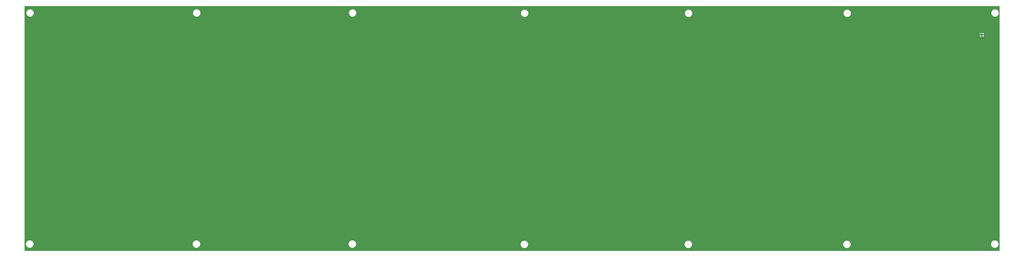
<source format=gbr>
%TF.GenerationSoftware,KiCad,Pcbnew,(5.1.6)-1*%
%TF.CreationDate,2020-07-09T10:42:52-04:00*%
%TF.ProjectId,railroad-keyboard-bottom-plate,7261696c-726f-4616-942d-6b6579626f61,rev?*%
%TF.SameCoordinates,Original*%
%TF.FileFunction,Copper,L1,Top*%
%TF.FilePolarity,Positive*%
%FSLAX46Y46*%
G04 Gerber Fmt 4.6, Leading zero omitted, Abs format (unit mm)*
G04 Created by KiCad (PCBNEW (5.1.6)-1) date 2020-07-09 10:42:52*
%MOMM*%
%LPD*%
G01*
G04 APERTURE LIST*
%TA.AperFunction,ComponentPad*%
%ADD10R,0.850000X0.850000*%
%TD*%
%TA.AperFunction,Conductor*%
%ADD11C,0.254000*%
%TD*%
G04 APERTURE END LIST*
D10*
%TO.P,J2,1*%
%TO.N,GND1*%
X444500000Y-127000000D03*
%TD*%
D11*
%TO.N,GND1*%
G36*
X452772078Y-113591777D02*
G01*
X452782392Y-113594890D01*
X452791912Y-113599952D01*
X452800264Y-113606764D01*
X452807135Y-113615070D01*
X452812260Y-113624548D01*
X452815448Y-113634845D01*
X452820100Y-113679107D01*
X452820101Y-228964093D01*
X452815524Y-229010777D01*
X452812409Y-229021093D01*
X452807348Y-229030612D01*
X452800536Y-229038964D01*
X452792231Y-229045834D01*
X452782751Y-229050960D01*
X452772457Y-229054147D01*
X452728186Y-229058800D01*
X-7577703Y-229058800D01*
X-7624377Y-229054224D01*
X-7634693Y-229051109D01*
X-7644212Y-229046048D01*
X-7652564Y-229039236D01*
X-7659434Y-229030931D01*
X-7664560Y-229021451D01*
X-7667747Y-229011157D01*
X-7672400Y-228966886D01*
X-7672400Y-225757728D01*
X-7173197Y-225757728D01*
X-7173197Y-226126272D01*
X-7101298Y-226487735D01*
X-6960262Y-226828226D01*
X-6755510Y-227134659D01*
X-6494909Y-227395260D01*
X-6188476Y-227600012D01*
X-5847985Y-227741048D01*
X-5486522Y-227812947D01*
X-5117978Y-227812947D01*
X-4756515Y-227741048D01*
X-4416024Y-227600012D01*
X-4109591Y-227395260D01*
X-3848990Y-227134659D01*
X-3644238Y-226828226D01*
X-3503202Y-226487735D01*
X-3431303Y-226126272D01*
X-3431303Y-225757728D01*
X-3433093Y-225748728D01*
X71566803Y-225748728D01*
X71566803Y-226117272D01*
X71638702Y-226478735D01*
X71779738Y-226819226D01*
X71984490Y-227125659D01*
X72245091Y-227386260D01*
X72551524Y-227591012D01*
X72892015Y-227732048D01*
X73253478Y-227803947D01*
X73622022Y-227803947D01*
X73983485Y-227732048D01*
X74323976Y-227591012D01*
X74630409Y-227386260D01*
X74891010Y-227125659D01*
X75095762Y-226819226D01*
X75236798Y-226478735D01*
X75308697Y-226117272D01*
X75308697Y-225757728D01*
X145226803Y-225757728D01*
X145226803Y-226126272D01*
X145298702Y-226487735D01*
X145439738Y-226828226D01*
X145644490Y-227134659D01*
X145905091Y-227395260D01*
X146211524Y-227600012D01*
X146552015Y-227741048D01*
X146913478Y-227812947D01*
X147282022Y-227812947D01*
X147643485Y-227741048D01*
X147983976Y-227600012D01*
X148290409Y-227395260D01*
X148551010Y-227134659D01*
X148755762Y-226828226D01*
X148896798Y-226487735D01*
X148968697Y-226126272D01*
X148968697Y-225884728D01*
X226506803Y-225884728D01*
X226506803Y-226253272D01*
X226578702Y-226614735D01*
X226719738Y-226955226D01*
X226924490Y-227261659D01*
X227185091Y-227522260D01*
X227491524Y-227727012D01*
X227832015Y-227868048D01*
X228193478Y-227939947D01*
X228562022Y-227939947D01*
X228923485Y-227868048D01*
X229263976Y-227727012D01*
X229570409Y-227522260D01*
X229831010Y-227261659D01*
X230035762Y-226955226D01*
X230176798Y-226614735D01*
X230248697Y-226253272D01*
X230248697Y-225884728D01*
X303976803Y-225884728D01*
X303976803Y-226253272D01*
X304048702Y-226614735D01*
X304189738Y-226955226D01*
X304394490Y-227261659D01*
X304655091Y-227522260D01*
X304961524Y-227727012D01*
X305302015Y-227868048D01*
X305663478Y-227939947D01*
X306032022Y-227939947D01*
X306393485Y-227868048D01*
X306733976Y-227727012D01*
X307040409Y-227522260D01*
X307301010Y-227261659D01*
X307505762Y-226955226D01*
X307646798Y-226614735D01*
X307718697Y-226253272D01*
X307718697Y-225884728D01*
X378906803Y-225884728D01*
X378906803Y-226253272D01*
X378978702Y-226614735D01*
X379119738Y-226955226D01*
X379324490Y-227261659D01*
X379585091Y-227522260D01*
X379891524Y-227727012D01*
X380232015Y-227868048D01*
X380593478Y-227939947D01*
X380962022Y-227939947D01*
X381323485Y-227868048D01*
X381663976Y-227727012D01*
X381970409Y-227522260D01*
X382231010Y-227261659D01*
X382435762Y-226955226D01*
X382576798Y-226614735D01*
X382648697Y-226253272D01*
X382648697Y-225884728D01*
X382623436Y-225757728D01*
X448756803Y-225757728D01*
X448756803Y-226126272D01*
X448828702Y-226487735D01*
X448969738Y-226828226D01*
X449174490Y-227134659D01*
X449435091Y-227395260D01*
X449741524Y-227600012D01*
X450082015Y-227741048D01*
X450443478Y-227812947D01*
X450812022Y-227812947D01*
X451173485Y-227741048D01*
X451513976Y-227600012D01*
X451820409Y-227395260D01*
X452081010Y-227134659D01*
X452285762Y-226828226D01*
X452426798Y-226487735D01*
X452498697Y-226126272D01*
X452498697Y-225757728D01*
X452426798Y-225396265D01*
X452285762Y-225055774D01*
X452081010Y-224749341D01*
X451820409Y-224488740D01*
X451513976Y-224283988D01*
X451173485Y-224142952D01*
X450812022Y-224071053D01*
X450443478Y-224071053D01*
X450082015Y-224142952D01*
X449741524Y-224283988D01*
X449435091Y-224488740D01*
X449174490Y-224749341D01*
X448969738Y-225055774D01*
X448828702Y-225396265D01*
X448756803Y-225757728D01*
X382623436Y-225757728D01*
X382576798Y-225523265D01*
X382435762Y-225182774D01*
X382231010Y-224876341D01*
X381970409Y-224615740D01*
X381663976Y-224410988D01*
X381323485Y-224269952D01*
X380962022Y-224198053D01*
X380593478Y-224198053D01*
X380232015Y-224269952D01*
X379891524Y-224410988D01*
X379585091Y-224615740D01*
X379324490Y-224876341D01*
X379119738Y-225182774D01*
X378978702Y-225523265D01*
X378906803Y-225884728D01*
X307718697Y-225884728D01*
X307646798Y-225523265D01*
X307505762Y-225182774D01*
X307301010Y-224876341D01*
X307040409Y-224615740D01*
X306733976Y-224410988D01*
X306393485Y-224269952D01*
X306032022Y-224198053D01*
X305663478Y-224198053D01*
X305302015Y-224269952D01*
X304961524Y-224410988D01*
X304655091Y-224615740D01*
X304394490Y-224876341D01*
X304189738Y-225182774D01*
X304048702Y-225523265D01*
X303976803Y-225884728D01*
X230248697Y-225884728D01*
X230176798Y-225523265D01*
X230035762Y-225182774D01*
X229831010Y-224876341D01*
X229570409Y-224615740D01*
X229263976Y-224410988D01*
X228923485Y-224269952D01*
X228562022Y-224198053D01*
X228193478Y-224198053D01*
X227832015Y-224269952D01*
X227491524Y-224410988D01*
X227185091Y-224615740D01*
X226924490Y-224876341D01*
X226719738Y-225182774D01*
X226578702Y-225523265D01*
X226506803Y-225884728D01*
X148968697Y-225884728D01*
X148968697Y-225757728D01*
X148896798Y-225396265D01*
X148755762Y-225055774D01*
X148551010Y-224749341D01*
X148290409Y-224488740D01*
X147983976Y-224283988D01*
X147643485Y-224142952D01*
X147282022Y-224071053D01*
X146913478Y-224071053D01*
X146552015Y-224142952D01*
X146211524Y-224283988D01*
X145905091Y-224488740D01*
X145644490Y-224749341D01*
X145439738Y-225055774D01*
X145298702Y-225396265D01*
X145226803Y-225757728D01*
X75308697Y-225757728D01*
X75308697Y-225748728D01*
X75236798Y-225387265D01*
X75095762Y-225046774D01*
X74891010Y-224740341D01*
X74630409Y-224479740D01*
X74323976Y-224274988D01*
X73983485Y-224133952D01*
X73622022Y-224062053D01*
X73253478Y-224062053D01*
X72892015Y-224133952D01*
X72551524Y-224274988D01*
X72245091Y-224479740D01*
X71984490Y-224740341D01*
X71779738Y-225046774D01*
X71638702Y-225387265D01*
X71566803Y-225748728D01*
X-3433093Y-225748728D01*
X-3503202Y-225396265D01*
X-3644238Y-225055774D01*
X-3848990Y-224749341D01*
X-4109591Y-224488740D01*
X-4416024Y-224283988D01*
X-4756515Y-224142952D01*
X-5117978Y-224071053D01*
X-5486522Y-224071053D01*
X-5847985Y-224142952D01*
X-6188476Y-224283988D01*
X-6494909Y-224488740D01*
X-6755510Y-224749341D01*
X-6960262Y-225055774D01*
X-7101298Y-225396265D01*
X-7173197Y-225757728D01*
X-7672400Y-225757728D01*
X-7672400Y-127425000D01*
X443436928Y-127425000D01*
X443449188Y-127549482D01*
X443485498Y-127669180D01*
X443544463Y-127779494D01*
X443623815Y-127876185D01*
X443720506Y-127955537D01*
X443830820Y-128014502D01*
X443950518Y-128050812D01*
X444075000Y-128063072D01*
X444214250Y-128060000D01*
X444373000Y-127901250D01*
X444373000Y-127127000D01*
X444627000Y-127127000D01*
X444627000Y-127901250D01*
X444785750Y-128060000D01*
X444925000Y-128063072D01*
X445049482Y-128050812D01*
X445169180Y-128014502D01*
X445279494Y-127955537D01*
X445376185Y-127876185D01*
X445455537Y-127779494D01*
X445514502Y-127669180D01*
X445550812Y-127549482D01*
X445563072Y-127425000D01*
X445560000Y-127285750D01*
X445401250Y-127127000D01*
X444627000Y-127127000D01*
X444373000Y-127127000D01*
X443598750Y-127127000D01*
X443440000Y-127285750D01*
X443436928Y-127425000D01*
X-7672400Y-127425000D01*
X-7672400Y-126575000D01*
X443436928Y-126575000D01*
X443440000Y-126714250D01*
X443598750Y-126873000D01*
X444373000Y-126873000D01*
X444373000Y-126098750D01*
X444627000Y-126098750D01*
X444627000Y-126873000D01*
X445401250Y-126873000D01*
X445560000Y-126714250D01*
X445563072Y-126575000D01*
X445550812Y-126450518D01*
X445514502Y-126330820D01*
X445455537Y-126220506D01*
X445376185Y-126123815D01*
X445279494Y-126044463D01*
X445169180Y-125985498D01*
X445049482Y-125949188D01*
X444925000Y-125936928D01*
X444785750Y-125940000D01*
X444627000Y-126098750D01*
X444373000Y-126098750D01*
X444214250Y-125940000D01*
X444075000Y-125936928D01*
X443950518Y-125949188D01*
X443830820Y-125985498D01*
X443720506Y-126044463D01*
X443623815Y-126123815D01*
X443544463Y-126220506D01*
X443485498Y-126330820D01*
X443449188Y-126450518D01*
X443436928Y-126575000D01*
X-7672400Y-126575000D01*
X-7672400Y-116521728D01*
X-7037197Y-116521728D01*
X-7037197Y-116890272D01*
X-6965298Y-117251735D01*
X-6824262Y-117592226D01*
X-6619510Y-117898659D01*
X-6358909Y-118159260D01*
X-6052476Y-118364012D01*
X-5711985Y-118505048D01*
X-5350522Y-118576947D01*
X-4981978Y-118576947D01*
X-4620515Y-118505048D01*
X-4280024Y-118364012D01*
X-3973591Y-118159260D01*
X-3712990Y-117898659D01*
X-3508238Y-117592226D01*
X-3367202Y-117251735D01*
X-3295303Y-116890272D01*
X-3295303Y-116521728D01*
X-3297093Y-116512728D01*
X71702803Y-116512728D01*
X71702803Y-116881272D01*
X71774702Y-117242735D01*
X71915738Y-117583226D01*
X72120490Y-117889659D01*
X72381091Y-118150260D01*
X72687524Y-118355012D01*
X73028015Y-118496048D01*
X73389478Y-118567947D01*
X73758022Y-118567947D01*
X74119485Y-118496048D01*
X74459976Y-118355012D01*
X74766409Y-118150260D01*
X75027010Y-117889659D01*
X75231762Y-117583226D01*
X75372798Y-117242735D01*
X75444697Y-116881272D01*
X75444697Y-116521728D01*
X145362803Y-116521728D01*
X145362803Y-116890272D01*
X145434702Y-117251735D01*
X145575738Y-117592226D01*
X145780490Y-117898659D01*
X146041091Y-118159260D01*
X146347524Y-118364012D01*
X146688015Y-118505048D01*
X147049478Y-118576947D01*
X147418022Y-118576947D01*
X147779485Y-118505048D01*
X148119976Y-118364012D01*
X148426409Y-118159260D01*
X148687010Y-117898659D01*
X148891762Y-117592226D01*
X149032798Y-117251735D01*
X149104697Y-116890272D01*
X149104697Y-116648728D01*
X226642803Y-116648728D01*
X226642803Y-117017272D01*
X226714702Y-117378735D01*
X226855738Y-117719226D01*
X227060490Y-118025659D01*
X227321091Y-118286260D01*
X227627524Y-118491012D01*
X227968015Y-118632048D01*
X228329478Y-118703947D01*
X228698022Y-118703947D01*
X229059485Y-118632048D01*
X229399976Y-118491012D01*
X229706409Y-118286260D01*
X229967010Y-118025659D01*
X230171762Y-117719226D01*
X230312798Y-117378735D01*
X230384697Y-117017272D01*
X230384697Y-116648728D01*
X304112803Y-116648728D01*
X304112803Y-117017272D01*
X304184702Y-117378735D01*
X304325738Y-117719226D01*
X304530490Y-118025659D01*
X304791091Y-118286260D01*
X305097524Y-118491012D01*
X305438015Y-118632048D01*
X305799478Y-118703947D01*
X306168022Y-118703947D01*
X306529485Y-118632048D01*
X306869976Y-118491012D01*
X307176409Y-118286260D01*
X307437010Y-118025659D01*
X307641762Y-117719226D01*
X307782798Y-117378735D01*
X307854697Y-117017272D01*
X307854697Y-116648728D01*
X379042803Y-116648728D01*
X379042803Y-117017272D01*
X379114702Y-117378735D01*
X379255738Y-117719226D01*
X379460490Y-118025659D01*
X379721091Y-118286260D01*
X380027524Y-118491012D01*
X380368015Y-118632048D01*
X380729478Y-118703947D01*
X381098022Y-118703947D01*
X381459485Y-118632048D01*
X381799976Y-118491012D01*
X382106409Y-118286260D01*
X382367010Y-118025659D01*
X382571762Y-117719226D01*
X382712798Y-117378735D01*
X382784697Y-117017272D01*
X382784697Y-116648728D01*
X382759436Y-116521728D01*
X448892803Y-116521728D01*
X448892803Y-116890272D01*
X448964702Y-117251735D01*
X449105738Y-117592226D01*
X449310490Y-117898659D01*
X449571091Y-118159260D01*
X449877524Y-118364012D01*
X450218015Y-118505048D01*
X450579478Y-118576947D01*
X450948022Y-118576947D01*
X451309485Y-118505048D01*
X451649976Y-118364012D01*
X451956409Y-118159260D01*
X452217010Y-117898659D01*
X452421762Y-117592226D01*
X452562798Y-117251735D01*
X452634697Y-116890272D01*
X452634697Y-116521728D01*
X452562798Y-116160265D01*
X452421762Y-115819774D01*
X452217010Y-115513341D01*
X451956409Y-115252740D01*
X451649976Y-115047988D01*
X451309485Y-114906952D01*
X450948022Y-114835053D01*
X450579478Y-114835053D01*
X450218015Y-114906952D01*
X449877524Y-115047988D01*
X449571091Y-115252740D01*
X449310490Y-115513341D01*
X449105738Y-115819774D01*
X448964702Y-116160265D01*
X448892803Y-116521728D01*
X382759436Y-116521728D01*
X382712798Y-116287265D01*
X382571762Y-115946774D01*
X382367010Y-115640341D01*
X382106409Y-115379740D01*
X381799976Y-115174988D01*
X381459485Y-115033952D01*
X381098022Y-114962053D01*
X380729478Y-114962053D01*
X380368015Y-115033952D01*
X380027524Y-115174988D01*
X379721091Y-115379740D01*
X379460490Y-115640341D01*
X379255738Y-115946774D01*
X379114702Y-116287265D01*
X379042803Y-116648728D01*
X307854697Y-116648728D01*
X307782798Y-116287265D01*
X307641762Y-115946774D01*
X307437010Y-115640341D01*
X307176409Y-115379740D01*
X306869976Y-115174988D01*
X306529485Y-115033952D01*
X306168022Y-114962053D01*
X305799478Y-114962053D01*
X305438015Y-115033952D01*
X305097524Y-115174988D01*
X304791091Y-115379740D01*
X304530490Y-115640341D01*
X304325738Y-115946774D01*
X304184702Y-116287265D01*
X304112803Y-116648728D01*
X230384697Y-116648728D01*
X230312798Y-116287265D01*
X230171762Y-115946774D01*
X229967010Y-115640341D01*
X229706409Y-115379740D01*
X229399976Y-115174988D01*
X229059485Y-115033952D01*
X228698022Y-114962053D01*
X228329478Y-114962053D01*
X227968015Y-115033952D01*
X227627524Y-115174988D01*
X227321091Y-115379740D01*
X227060490Y-115640341D01*
X226855738Y-115946774D01*
X226714702Y-116287265D01*
X226642803Y-116648728D01*
X149104697Y-116648728D01*
X149104697Y-116521728D01*
X149032798Y-116160265D01*
X148891762Y-115819774D01*
X148687010Y-115513341D01*
X148426409Y-115252740D01*
X148119976Y-115047988D01*
X147779485Y-114906952D01*
X147418022Y-114835053D01*
X147049478Y-114835053D01*
X146688015Y-114906952D01*
X146347524Y-115047988D01*
X146041091Y-115252740D01*
X145780490Y-115513341D01*
X145575738Y-115819774D01*
X145434702Y-116160265D01*
X145362803Y-116521728D01*
X75444697Y-116521728D01*
X75444697Y-116512728D01*
X75372798Y-116151265D01*
X75231762Y-115810774D01*
X75027010Y-115504341D01*
X74766409Y-115243740D01*
X74459976Y-115038988D01*
X74119485Y-114897952D01*
X73758022Y-114826053D01*
X73389478Y-114826053D01*
X73028015Y-114897952D01*
X72687524Y-115038988D01*
X72381091Y-115243740D01*
X72120490Y-115504341D01*
X71915738Y-115810774D01*
X71774702Y-116151265D01*
X71702803Y-116512728D01*
X-3297093Y-116512728D01*
X-3367202Y-116160265D01*
X-3508238Y-115819774D01*
X-3712990Y-115513341D01*
X-3973591Y-115252740D01*
X-4280024Y-115047988D01*
X-4620515Y-114906952D01*
X-4981978Y-114835053D01*
X-5350522Y-114835053D01*
X-5711985Y-114906952D01*
X-6052476Y-115047988D01*
X-6358909Y-115252740D01*
X-6619510Y-115513341D01*
X-6824262Y-115819774D01*
X-6965298Y-116160265D01*
X-7037197Y-116521728D01*
X-7672400Y-116521728D01*
X-7672400Y-113681897D01*
X-7667823Y-113635222D01*
X-7664710Y-113624908D01*
X-7659648Y-113615388D01*
X-7652836Y-113607036D01*
X-7644530Y-113600165D01*
X-7635052Y-113595040D01*
X-7624755Y-113591852D01*
X-7580493Y-113587200D01*
X452725403Y-113587200D01*
X452772078Y-113591777D01*
G37*
X452772078Y-113591777D02*
X452782392Y-113594890D01*
X452791912Y-113599952D01*
X452800264Y-113606764D01*
X452807135Y-113615070D01*
X452812260Y-113624548D01*
X452815448Y-113634845D01*
X452820100Y-113679107D01*
X452820101Y-228964093D01*
X452815524Y-229010777D01*
X452812409Y-229021093D01*
X452807348Y-229030612D01*
X452800536Y-229038964D01*
X452792231Y-229045834D01*
X452782751Y-229050960D01*
X452772457Y-229054147D01*
X452728186Y-229058800D01*
X-7577703Y-229058800D01*
X-7624377Y-229054224D01*
X-7634693Y-229051109D01*
X-7644212Y-229046048D01*
X-7652564Y-229039236D01*
X-7659434Y-229030931D01*
X-7664560Y-229021451D01*
X-7667747Y-229011157D01*
X-7672400Y-228966886D01*
X-7672400Y-225757728D01*
X-7173197Y-225757728D01*
X-7173197Y-226126272D01*
X-7101298Y-226487735D01*
X-6960262Y-226828226D01*
X-6755510Y-227134659D01*
X-6494909Y-227395260D01*
X-6188476Y-227600012D01*
X-5847985Y-227741048D01*
X-5486522Y-227812947D01*
X-5117978Y-227812947D01*
X-4756515Y-227741048D01*
X-4416024Y-227600012D01*
X-4109591Y-227395260D01*
X-3848990Y-227134659D01*
X-3644238Y-226828226D01*
X-3503202Y-226487735D01*
X-3431303Y-226126272D01*
X-3431303Y-225757728D01*
X-3433093Y-225748728D01*
X71566803Y-225748728D01*
X71566803Y-226117272D01*
X71638702Y-226478735D01*
X71779738Y-226819226D01*
X71984490Y-227125659D01*
X72245091Y-227386260D01*
X72551524Y-227591012D01*
X72892015Y-227732048D01*
X73253478Y-227803947D01*
X73622022Y-227803947D01*
X73983485Y-227732048D01*
X74323976Y-227591012D01*
X74630409Y-227386260D01*
X74891010Y-227125659D01*
X75095762Y-226819226D01*
X75236798Y-226478735D01*
X75308697Y-226117272D01*
X75308697Y-225757728D01*
X145226803Y-225757728D01*
X145226803Y-226126272D01*
X145298702Y-226487735D01*
X145439738Y-226828226D01*
X145644490Y-227134659D01*
X145905091Y-227395260D01*
X146211524Y-227600012D01*
X146552015Y-227741048D01*
X146913478Y-227812947D01*
X147282022Y-227812947D01*
X147643485Y-227741048D01*
X147983976Y-227600012D01*
X148290409Y-227395260D01*
X148551010Y-227134659D01*
X148755762Y-226828226D01*
X148896798Y-226487735D01*
X148968697Y-226126272D01*
X148968697Y-225884728D01*
X226506803Y-225884728D01*
X226506803Y-226253272D01*
X226578702Y-226614735D01*
X226719738Y-226955226D01*
X226924490Y-227261659D01*
X227185091Y-227522260D01*
X227491524Y-227727012D01*
X227832015Y-227868048D01*
X228193478Y-227939947D01*
X228562022Y-227939947D01*
X228923485Y-227868048D01*
X229263976Y-227727012D01*
X229570409Y-227522260D01*
X229831010Y-227261659D01*
X230035762Y-226955226D01*
X230176798Y-226614735D01*
X230248697Y-226253272D01*
X230248697Y-225884728D01*
X303976803Y-225884728D01*
X303976803Y-226253272D01*
X304048702Y-226614735D01*
X304189738Y-226955226D01*
X304394490Y-227261659D01*
X304655091Y-227522260D01*
X304961524Y-227727012D01*
X305302015Y-227868048D01*
X305663478Y-227939947D01*
X306032022Y-227939947D01*
X306393485Y-227868048D01*
X306733976Y-227727012D01*
X307040409Y-227522260D01*
X307301010Y-227261659D01*
X307505762Y-226955226D01*
X307646798Y-226614735D01*
X307718697Y-226253272D01*
X307718697Y-225884728D01*
X378906803Y-225884728D01*
X378906803Y-226253272D01*
X378978702Y-226614735D01*
X379119738Y-226955226D01*
X379324490Y-227261659D01*
X379585091Y-227522260D01*
X379891524Y-227727012D01*
X380232015Y-227868048D01*
X380593478Y-227939947D01*
X380962022Y-227939947D01*
X381323485Y-227868048D01*
X381663976Y-227727012D01*
X381970409Y-227522260D01*
X382231010Y-227261659D01*
X382435762Y-226955226D01*
X382576798Y-226614735D01*
X382648697Y-226253272D01*
X382648697Y-225884728D01*
X382623436Y-225757728D01*
X448756803Y-225757728D01*
X448756803Y-226126272D01*
X448828702Y-226487735D01*
X448969738Y-226828226D01*
X449174490Y-227134659D01*
X449435091Y-227395260D01*
X449741524Y-227600012D01*
X450082015Y-227741048D01*
X450443478Y-227812947D01*
X450812022Y-227812947D01*
X451173485Y-227741048D01*
X451513976Y-227600012D01*
X451820409Y-227395260D01*
X452081010Y-227134659D01*
X452285762Y-226828226D01*
X452426798Y-226487735D01*
X452498697Y-226126272D01*
X452498697Y-225757728D01*
X452426798Y-225396265D01*
X452285762Y-225055774D01*
X452081010Y-224749341D01*
X451820409Y-224488740D01*
X451513976Y-224283988D01*
X451173485Y-224142952D01*
X450812022Y-224071053D01*
X450443478Y-224071053D01*
X450082015Y-224142952D01*
X449741524Y-224283988D01*
X449435091Y-224488740D01*
X449174490Y-224749341D01*
X448969738Y-225055774D01*
X448828702Y-225396265D01*
X448756803Y-225757728D01*
X382623436Y-225757728D01*
X382576798Y-225523265D01*
X382435762Y-225182774D01*
X382231010Y-224876341D01*
X381970409Y-224615740D01*
X381663976Y-224410988D01*
X381323485Y-224269952D01*
X380962022Y-224198053D01*
X380593478Y-224198053D01*
X380232015Y-224269952D01*
X379891524Y-224410988D01*
X379585091Y-224615740D01*
X379324490Y-224876341D01*
X379119738Y-225182774D01*
X378978702Y-225523265D01*
X378906803Y-225884728D01*
X307718697Y-225884728D01*
X307646798Y-225523265D01*
X307505762Y-225182774D01*
X307301010Y-224876341D01*
X307040409Y-224615740D01*
X306733976Y-224410988D01*
X306393485Y-224269952D01*
X306032022Y-224198053D01*
X305663478Y-224198053D01*
X305302015Y-224269952D01*
X304961524Y-224410988D01*
X304655091Y-224615740D01*
X304394490Y-224876341D01*
X304189738Y-225182774D01*
X304048702Y-225523265D01*
X303976803Y-225884728D01*
X230248697Y-225884728D01*
X230176798Y-225523265D01*
X230035762Y-225182774D01*
X229831010Y-224876341D01*
X229570409Y-224615740D01*
X229263976Y-224410988D01*
X228923485Y-224269952D01*
X228562022Y-224198053D01*
X228193478Y-224198053D01*
X227832015Y-224269952D01*
X227491524Y-224410988D01*
X227185091Y-224615740D01*
X226924490Y-224876341D01*
X226719738Y-225182774D01*
X226578702Y-225523265D01*
X226506803Y-225884728D01*
X148968697Y-225884728D01*
X148968697Y-225757728D01*
X148896798Y-225396265D01*
X148755762Y-225055774D01*
X148551010Y-224749341D01*
X148290409Y-224488740D01*
X147983976Y-224283988D01*
X147643485Y-224142952D01*
X147282022Y-224071053D01*
X146913478Y-224071053D01*
X146552015Y-224142952D01*
X146211524Y-224283988D01*
X145905091Y-224488740D01*
X145644490Y-224749341D01*
X145439738Y-225055774D01*
X145298702Y-225396265D01*
X145226803Y-225757728D01*
X75308697Y-225757728D01*
X75308697Y-225748728D01*
X75236798Y-225387265D01*
X75095762Y-225046774D01*
X74891010Y-224740341D01*
X74630409Y-224479740D01*
X74323976Y-224274988D01*
X73983485Y-224133952D01*
X73622022Y-224062053D01*
X73253478Y-224062053D01*
X72892015Y-224133952D01*
X72551524Y-224274988D01*
X72245091Y-224479740D01*
X71984490Y-224740341D01*
X71779738Y-225046774D01*
X71638702Y-225387265D01*
X71566803Y-225748728D01*
X-3433093Y-225748728D01*
X-3503202Y-225396265D01*
X-3644238Y-225055774D01*
X-3848990Y-224749341D01*
X-4109591Y-224488740D01*
X-4416024Y-224283988D01*
X-4756515Y-224142952D01*
X-5117978Y-224071053D01*
X-5486522Y-224071053D01*
X-5847985Y-224142952D01*
X-6188476Y-224283988D01*
X-6494909Y-224488740D01*
X-6755510Y-224749341D01*
X-6960262Y-225055774D01*
X-7101298Y-225396265D01*
X-7173197Y-225757728D01*
X-7672400Y-225757728D01*
X-7672400Y-127425000D01*
X443436928Y-127425000D01*
X443449188Y-127549482D01*
X443485498Y-127669180D01*
X443544463Y-127779494D01*
X443623815Y-127876185D01*
X443720506Y-127955537D01*
X443830820Y-128014502D01*
X443950518Y-128050812D01*
X444075000Y-128063072D01*
X444214250Y-128060000D01*
X444373000Y-127901250D01*
X444373000Y-127127000D01*
X444627000Y-127127000D01*
X444627000Y-127901250D01*
X444785750Y-128060000D01*
X444925000Y-128063072D01*
X445049482Y-128050812D01*
X445169180Y-128014502D01*
X445279494Y-127955537D01*
X445376185Y-127876185D01*
X445455537Y-127779494D01*
X445514502Y-127669180D01*
X445550812Y-127549482D01*
X445563072Y-127425000D01*
X445560000Y-127285750D01*
X445401250Y-127127000D01*
X444627000Y-127127000D01*
X444373000Y-127127000D01*
X443598750Y-127127000D01*
X443440000Y-127285750D01*
X443436928Y-127425000D01*
X-7672400Y-127425000D01*
X-7672400Y-126575000D01*
X443436928Y-126575000D01*
X443440000Y-126714250D01*
X443598750Y-126873000D01*
X444373000Y-126873000D01*
X444373000Y-126098750D01*
X444627000Y-126098750D01*
X444627000Y-126873000D01*
X445401250Y-126873000D01*
X445560000Y-126714250D01*
X445563072Y-126575000D01*
X445550812Y-126450518D01*
X445514502Y-126330820D01*
X445455537Y-126220506D01*
X445376185Y-126123815D01*
X445279494Y-126044463D01*
X445169180Y-125985498D01*
X445049482Y-125949188D01*
X444925000Y-125936928D01*
X444785750Y-125940000D01*
X444627000Y-126098750D01*
X444373000Y-126098750D01*
X444214250Y-125940000D01*
X444075000Y-125936928D01*
X443950518Y-125949188D01*
X443830820Y-125985498D01*
X443720506Y-126044463D01*
X443623815Y-126123815D01*
X443544463Y-126220506D01*
X443485498Y-126330820D01*
X443449188Y-126450518D01*
X443436928Y-126575000D01*
X-7672400Y-126575000D01*
X-7672400Y-116521728D01*
X-7037197Y-116521728D01*
X-7037197Y-116890272D01*
X-6965298Y-117251735D01*
X-6824262Y-117592226D01*
X-6619510Y-117898659D01*
X-6358909Y-118159260D01*
X-6052476Y-118364012D01*
X-5711985Y-118505048D01*
X-5350522Y-118576947D01*
X-4981978Y-118576947D01*
X-4620515Y-118505048D01*
X-4280024Y-118364012D01*
X-3973591Y-118159260D01*
X-3712990Y-117898659D01*
X-3508238Y-117592226D01*
X-3367202Y-117251735D01*
X-3295303Y-116890272D01*
X-3295303Y-116521728D01*
X-3297093Y-116512728D01*
X71702803Y-116512728D01*
X71702803Y-116881272D01*
X71774702Y-117242735D01*
X71915738Y-117583226D01*
X72120490Y-117889659D01*
X72381091Y-118150260D01*
X72687524Y-118355012D01*
X73028015Y-118496048D01*
X73389478Y-118567947D01*
X73758022Y-118567947D01*
X74119485Y-118496048D01*
X74459976Y-118355012D01*
X74766409Y-118150260D01*
X75027010Y-117889659D01*
X75231762Y-117583226D01*
X75372798Y-117242735D01*
X75444697Y-116881272D01*
X75444697Y-116521728D01*
X145362803Y-116521728D01*
X145362803Y-116890272D01*
X145434702Y-117251735D01*
X145575738Y-117592226D01*
X145780490Y-117898659D01*
X146041091Y-118159260D01*
X146347524Y-118364012D01*
X146688015Y-118505048D01*
X147049478Y-118576947D01*
X147418022Y-118576947D01*
X147779485Y-118505048D01*
X148119976Y-118364012D01*
X148426409Y-118159260D01*
X148687010Y-117898659D01*
X148891762Y-117592226D01*
X149032798Y-117251735D01*
X149104697Y-116890272D01*
X149104697Y-116648728D01*
X226642803Y-116648728D01*
X226642803Y-117017272D01*
X226714702Y-117378735D01*
X226855738Y-117719226D01*
X227060490Y-118025659D01*
X227321091Y-118286260D01*
X227627524Y-118491012D01*
X227968015Y-118632048D01*
X228329478Y-118703947D01*
X228698022Y-118703947D01*
X229059485Y-118632048D01*
X229399976Y-118491012D01*
X229706409Y-118286260D01*
X229967010Y-118025659D01*
X230171762Y-117719226D01*
X230312798Y-117378735D01*
X230384697Y-117017272D01*
X230384697Y-116648728D01*
X304112803Y-116648728D01*
X304112803Y-117017272D01*
X304184702Y-117378735D01*
X304325738Y-117719226D01*
X304530490Y-118025659D01*
X304791091Y-118286260D01*
X305097524Y-118491012D01*
X305438015Y-118632048D01*
X305799478Y-118703947D01*
X306168022Y-118703947D01*
X306529485Y-118632048D01*
X306869976Y-118491012D01*
X307176409Y-118286260D01*
X307437010Y-118025659D01*
X307641762Y-117719226D01*
X307782798Y-117378735D01*
X307854697Y-117017272D01*
X307854697Y-116648728D01*
X379042803Y-116648728D01*
X379042803Y-117017272D01*
X379114702Y-117378735D01*
X379255738Y-117719226D01*
X379460490Y-118025659D01*
X379721091Y-118286260D01*
X380027524Y-118491012D01*
X380368015Y-118632048D01*
X380729478Y-118703947D01*
X381098022Y-118703947D01*
X381459485Y-118632048D01*
X381799976Y-118491012D01*
X382106409Y-118286260D01*
X382367010Y-118025659D01*
X382571762Y-117719226D01*
X382712798Y-117378735D01*
X382784697Y-117017272D01*
X382784697Y-116648728D01*
X382759436Y-116521728D01*
X448892803Y-116521728D01*
X448892803Y-116890272D01*
X448964702Y-117251735D01*
X449105738Y-117592226D01*
X449310490Y-117898659D01*
X449571091Y-118159260D01*
X449877524Y-118364012D01*
X450218015Y-118505048D01*
X450579478Y-118576947D01*
X450948022Y-118576947D01*
X451309485Y-118505048D01*
X451649976Y-118364012D01*
X451956409Y-118159260D01*
X452217010Y-117898659D01*
X452421762Y-117592226D01*
X452562798Y-117251735D01*
X452634697Y-116890272D01*
X452634697Y-116521728D01*
X452562798Y-116160265D01*
X452421762Y-115819774D01*
X452217010Y-115513341D01*
X451956409Y-115252740D01*
X451649976Y-115047988D01*
X451309485Y-114906952D01*
X450948022Y-114835053D01*
X450579478Y-114835053D01*
X450218015Y-114906952D01*
X449877524Y-115047988D01*
X449571091Y-115252740D01*
X449310490Y-115513341D01*
X449105738Y-115819774D01*
X448964702Y-116160265D01*
X448892803Y-116521728D01*
X382759436Y-116521728D01*
X382712798Y-116287265D01*
X382571762Y-115946774D01*
X382367010Y-115640341D01*
X382106409Y-115379740D01*
X381799976Y-115174988D01*
X381459485Y-115033952D01*
X381098022Y-114962053D01*
X380729478Y-114962053D01*
X380368015Y-115033952D01*
X380027524Y-115174988D01*
X379721091Y-115379740D01*
X379460490Y-115640341D01*
X379255738Y-115946774D01*
X379114702Y-116287265D01*
X379042803Y-116648728D01*
X307854697Y-116648728D01*
X307782798Y-116287265D01*
X307641762Y-115946774D01*
X307437010Y-115640341D01*
X307176409Y-115379740D01*
X306869976Y-115174988D01*
X306529485Y-115033952D01*
X306168022Y-114962053D01*
X305799478Y-114962053D01*
X305438015Y-115033952D01*
X305097524Y-115174988D01*
X304791091Y-115379740D01*
X304530490Y-115640341D01*
X304325738Y-115946774D01*
X304184702Y-116287265D01*
X304112803Y-116648728D01*
X230384697Y-116648728D01*
X230312798Y-116287265D01*
X230171762Y-115946774D01*
X229967010Y-115640341D01*
X229706409Y-115379740D01*
X229399976Y-115174988D01*
X229059485Y-115033952D01*
X228698022Y-114962053D01*
X228329478Y-114962053D01*
X227968015Y-115033952D01*
X227627524Y-115174988D01*
X227321091Y-115379740D01*
X227060490Y-115640341D01*
X226855738Y-115946774D01*
X226714702Y-116287265D01*
X226642803Y-116648728D01*
X149104697Y-116648728D01*
X149104697Y-116521728D01*
X149032798Y-116160265D01*
X148891762Y-115819774D01*
X148687010Y-115513341D01*
X148426409Y-115252740D01*
X148119976Y-115047988D01*
X147779485Y-114906952D01*
X147418022Y-114835053D01*
X147049478Y-114835053D01*
X146688015Y-114906952D01*
X146347524Y-115047988D01*
X146041091Y-115252740D01*
X145780490Y-115513341D01*
X145575738Y-115819774D01*
X145434702Y-116160265D01*
X145362803Y-116521728D01*
X75444697Y-116521728D01*
X75444697Y-116512728D01*
X75372798Y-116151265D01*
X75231762Y-115810774D01*
X75027010Y-115504341D01*
X74766409Y-115243740D01*
X74459976Y-115038988D01*
X74119485Y-114897952D01*
X73758022Y-114826053D01*
X73389478Y-114826053D01*
X73028015Y-114897952D01*
X72687524Y-115038988D01*
X72381091Y-115243740D01*
X72120490Y-115504341D01*
X71915738Y-115810774D01*
X71774702Y-116151265D01*
X71702803Y-116512728D01*
X-3297093Y-116512728D01*
X-3367202Y-116160265D01*
X-3508238Y-115819774D01*
X-3712990Y-115513341D01*
X-3973591Y-115252740D01*
X-4280024Y-115047988D01*
X-4620515Y-114906952D01*
X-4981978Y-114835053D01*
X-5350522Y-114835053D01*
X-5711985Y-114906952D01*
X-6052476Y-115047988D01*
X-6358909Y-115252740D01*
X-6619510Y-115513341D01*
X-6824262Y-115819774D01*
X-6965298Y-116160265D01*
X-7037197Y-116521728D01*
X-7672400Y-116521728D01*
X-7672400Y-113681897D01*
X-7667823Y-113635222D01*
X-7664710Y-113624908D01*
X-7659648Y-113615388D01*
X-7652836Y-113607036D01*
X-7644530Y-113600165D01*
X-7635052Y-113595040D01*
X-7624755Y-113591852D01*
X-7580493Y-113587200D01*
X452725403Y-113587200D01*
X452772078Y-113591777D01*
%TD*%
M02*

</source>
